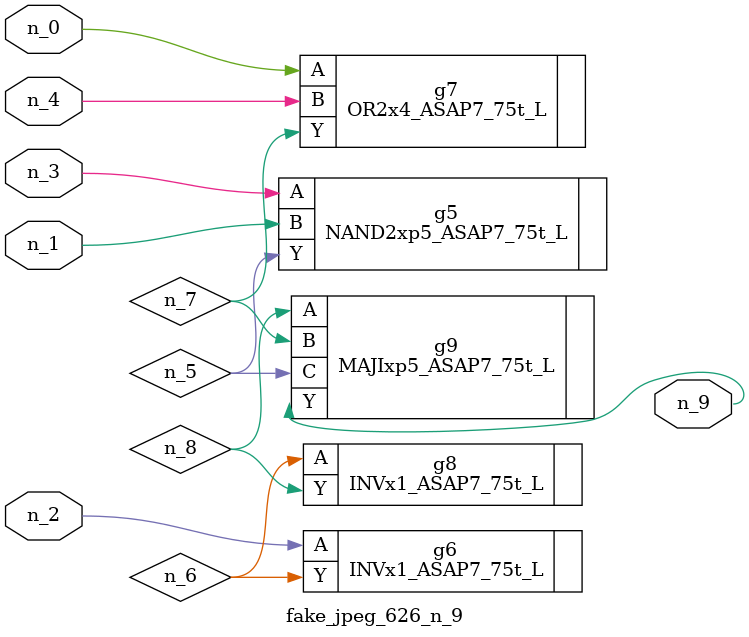
<source format=v>
module fake_jpeg_626_n_9 (n_3, n_2, n_1, n_0, n_4, n_9);

input n_3;
input n_2;
input n_1;
input n_0;
input n_4;

output n_9;

wire n_8;
wire n_6;
wire n_5;
wire n_7;

NAND2xp5_ASAP7_75t_L g5 ( 
.A(n_3),
.B(n_1),
.Y(n_5)
);

INVx1_ASAP7_75t_L g6 ( 
.A(n_2),
.Y(n_6)
);

OR2x4_ASAP7_75t_L g7 ( 
.A(n_0),
.B(n_4),
.Y(n_7)
);

INVx1_ASAP7_75t_L g8 ( 
.A(n_6),
.Y(n_8)
);

MAJIxp5_ASAP7_75t_L g9 ( 
.A(n_8),
.B(n_7),
.C(n_5),
.Y(n_9)
);


endmodule
</source>
